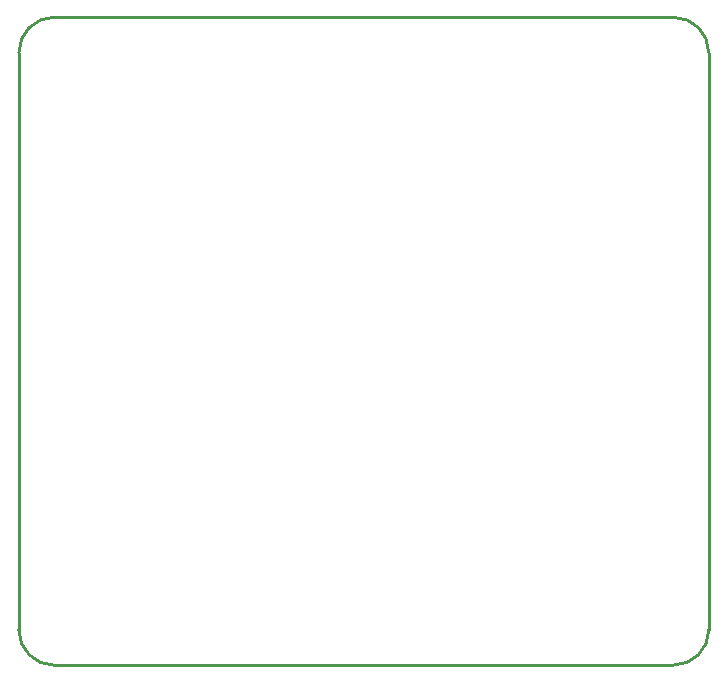
<source format=gko>
G04*
G04 #@! TF.GenerationSoftware,Altium Limited,Altium Designer,21.0.8 (223)*
G04*
G04 Layer_Color=16711935*
%FSTAX24Y24*%
%MOIN*%
G70*
G04*
G04 #@! TF.SameCoordinates,67FEE026-561A-4E2F-A948-FBB6D6F09F3B*
G04*
G04*
G04 #@! TF.FilePolarity,Positive*
G04*
G01*
G75*
%ADD15C,0.0100*%
D15*
X0468Y011181D02*
G03*
X047981Y01I001181J0D01*
G01*
X047981Y0316D02*
G03*
X0468Y030419I0J-001181D01*
G01*
X0698D02*
G03*
X068619Y0316I-001181J0D01*
G01*
Y01D02*
G03*
X0698Y011181I0J001181D01*
G01*
X0468D02*
Y030419D01*
X047981Y01D02*
X068619D01*
X047981Y0316D02*
X068619D01*
X0698Y011181D02*
Y030419D01*
M02*

</source>
